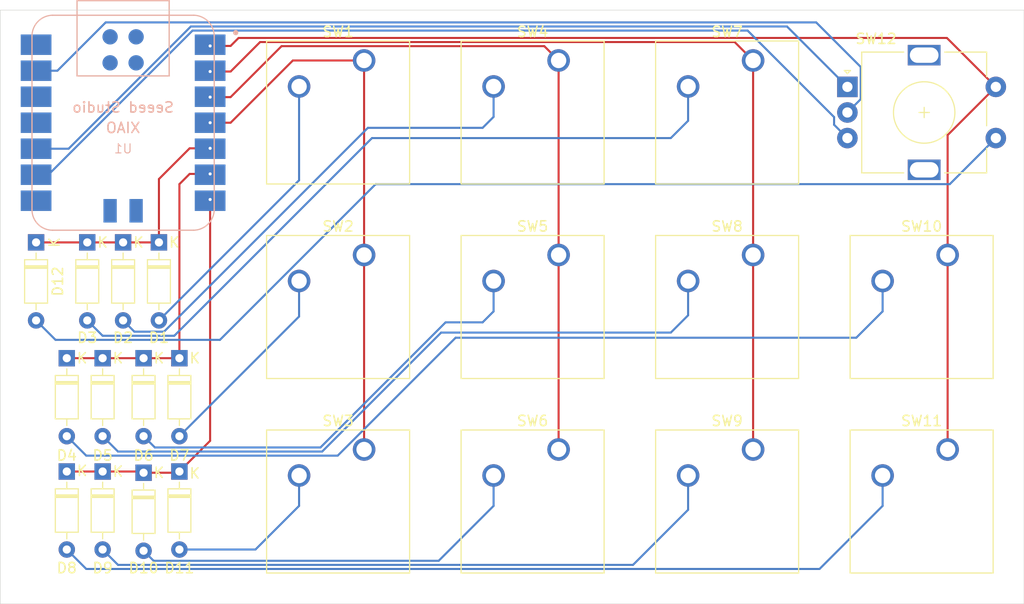
<source format=kicad_pcb>
(kicad_pcb (version 20240108) (generator "pcbnew") (generator_version "8.0")
  (layers (0 "F.Cu" signal) (31 "B.Cu" signal) (34 "B.Paste" user) (35 "F.Paste" user) (36 "B.SilkS" user "B.Silkscreen") (37 "F.SilkS" user "F.Silkscreen") (38 "B.Mask" user) (39 "F.Mask" user) (44 "Edge.Cuts" user))
  (net 0 "")
  (net 1 "GND")
  (net 2 "Net-(U1-PA5_A9_D9_MISO)")
  (net 3 "Net-(U1-PA7_A8_D8_SCK)")
  (net 11 "Net-(D1-A)")
  (net 12 "Net-(D1-K)")
  (net 13 "Net-(D2-A)")
  (net 14 "Net-(D10-K)")
  (net 15 "Net-(D3-A)")
  (net 16 "Net-(D4-A)")
  (net 17 "Net-(D5-A)")
  (net 18 "Net-(D6-A)")
  (net 19 "Net-(D7-A)")
  (net 20 "Net-(D8-A)")
  (net 21 "Net-(D9-A)")
  (net 22 "Net-(D10-A)")
  (net 23 "Net-(D11-A)")
  (net 24 "Net-(U1-PA11_A3_D3)")
  (net 25 "Net-(U1-PA10_A2_D2)")
  (net 26 "Net-(U1-PA4_A1_D1)")
  (net 27 "Net-(U1-PA02_A0_D0)")
  (net 28 "Net-(D12-A)")
  (net 32 "Net-(D4-K)")
  (footprint "Button_Switch_Keyboard:SW_Cherry_MX_1.00u_PCB" (layer "F.Cu") (at 80.54 77.92)
    (property "Reference" "SW1" (at -2.54 -2.794 0) (layer "F.SilkS"))
    (property "Value" "SW_Push")
    (fp_line (start -9.525 -1.905) (end 4.445 -1.905) (stroke (width 0.12)) (layer "F.SilkS"))
    (fp_line (start -9.525 12.065) (end -9.525 -1.905) (stroke (width 0.12)) (layer "F.SilkS"))
    (fp_line (start 4.445 -1.905) (end 4.445 12.065) (stroke (width 0.12)) (layer "F.SilkS"))
    (fp_line (start 4.445 12.065) (end -9.525 12.065) (stroke (width 0.12)) (layer "F.SilkS"))
    (pad "" np_thru_hole circle (at -7.62 5.08) (size 1.7 1.7) (drill 1.7) (layers "*.Cu" "*.Mask"))
    (pad "" np_thru_hole circle (at -2.54 5.08) (size 4 4) (drill 4) (layers "*.Cu" "*.Mask"))
    (pad "" np_thru_hole circle (at 2.54 5.08) (size 1.7 1.7) (drill 1.7) (layers "*.Cu" "*.Mask"))
    (pad "1" thru_hole circle (at 0 0) (size 2.2 2.2) (drill 1.5) (layers "*.Cu" "*.Mask") (net 24 "Net-(U1-PA11_A3_D3)"))
    (pad "2" thru_hole circle (at -6.35 2.54) (size 2.2 2.2) (drill 1.5) (layers "*.Cu" "*.Mask") (net 11 "Net-(D1-A)"))
  )
  (footprint "rotaryenc:RotaryEncoder_Alps_EC11E-Switch_Vertical_H20mm" (layer "F.Cu") (at 127.75 80.5)
    (property "Reference" "SW12" (at 2.8 -4.7 0) (layer "F.SilkS"))
    (property "Value" "RotaryEncoder_Switch")
    (fp_line (start -0.3 -1.6) (end 0.3 -1.6) (stroke (width 0.12)) (layer "F.SilkS"))
    (fp_line (start 0 -1.3) (end -0.3 -1.6) (stroke (width 0.12)) (layer "F.SilkS"))
    (fp_line (start 0.3 -1.6) (end 0 -1.3) (stroke (width 0.12)) (layer "F.SilkS"))
    (fp_line (start 1.4 -3.4) (end 1.4 8.4) (stroke (width 0.12)) (layer "F.SilkS"))
    (fp_line (start 5.5 -3.4) (end 1.4 -3.4) (stroke (width 0.12)) (layer "F.SilkS"))
    (fp_line (start 5.5 8.4) (end 1.4 8.4) (stroke (width 0.12)) (layer "F.SilkS"))
    (fp_line (start 7 2.5) (end 8 2.5) (stroke (width 0.12)) (layer "F.SilkS"))
    (fp_line (start 7.5 2) (end 7.5 3) (stroke (width 0.12)) (layer "F.SilkS"))
    (fp_line (start 9.5 -3.4) (end 13.6 -3.4) (stroke (width 0.12)) (layer "F.SilkS"))
    (fp_line (start 13.6 -3.4) (end 13.6 -1) (stroke (width 0.12)) (layer "F.SilkS"))
    (fp_line (start 13.6 1.2) (end 13.6 3.8) (stroke (width 0.12)) (layer "F.SilkS"))
    (fp_line (start 13.6 6) (end 13.6 8.4) (stroke (width 0.12)) (layer "F.SilkS"))
    (fp_line (start 13.6 8.4) (end 9.5 8.4) (stroke (width 0.12)) (layer "F.SilkS"))
    (fp_circle (center 7.5 2.5) (end 10.5 2.5) (stroke (width 0.12)) (fill none) (layer "F.SilkS"))
    (pad "A" thru_hole rect (at 0 0) (size 2 2) (drill 1) (layers "*.Cu" "*.Mask") (net 2 "Net-(U1-PA5_A9_D9_MISO)"))
    (pad "B" thru_hole circle (at 0 5) (size 2 2) (drill 1) (layers "*.Cu" "*.Mask") (net 3 "Net-(U1-PA7_A8_D8_SCK)"))
    (pad "C" thru_hole circle (at 0 2.5) (size 2 2) (drill 1) (layers "*.Cu" "*.Mask") (net 1 "GND"))
    (pad "MP" thru_hole rect (at 7.5 -3.1) (size 3.2 2) (drill oval 2.8 1.5) (layers "*.Cu" "*.Mask"))
    (pad "MP" thru_hole rect (at 7.5 8.1) (size 3.2 2) (drill oval 2.8 1.5) (layers "*.Cu" "*.Mask"))
    (pad "S1" thru_hole circle (at 14.5 5) (size 2 2) (drill 1) (layers "*.Cu" "*.Mask") (net 28 "Net-(D12-A)"))
    (pad "S2" thru_hole circle (at 14.5 0) (size 2 2) (drill 1) (layers "*.Cu" "*.Mask") (net 27 "Net-(U1-PA02_A0_D0)"))
  )
  (footprint "Button_Switch_Keyboard:SW_Cherry_MX_1.00u_PCB" (layer "F.Cu") (at 99.54 115.92)
    (property "Reference" "SW6" (at -2.54 -2.794 0) (layer "F.SilkS"))
    (property "Value" "SW_Push")
    (fp_line (start -9.525 -1.905) (end 4.445 -1.905) (stroke (width 0.12)) (layer "F.SilkS"))
    (fp_line (start -9.525 12.065) (end -9.525 -1.905) (stroke (width 0.12)) (layer "F.SilkS"))
    (fp_line (start 4.445 -1.905) (end 4.445 12.065) (stroke (width 0.12)) (layer "F.SilkS"))
    (fp_line (start 4.445 12.065) (end -9.525 12.065) (stroke (width 0.12)) (layer "F.SilkS"))
    (pad "" np_thru_hole circle (at -7.62 5.08) (size 1.7 1.7) (drill 1.7) (layers "*.Cu" "*.Mask"))
    (pad "" np_thru_hole circle (at -2.54 5.08) (size 4 4) (drill 4) (layers "*.Cu" "*.Mask"))
    (pad "" np_thru_hole circle (at 2.54 5.08) (size 1.7 1.7) (drill 1.7) (layers "*.Cu" "*.Mask"))
    (pad "1" thru_hole circle (at 0 0) (size 2.2 2.2) (drill 1.5) (layers "*.Cu" "*.Mask") (net 25 "Net-(U1-PA10_A2_D2)"))
    (pad "2" thru_hole circle (at -6.35 2.54) (size 2.2 2.2) (drill 1.5) (layers "*.Cu" "*.Mask") (net 22 "Net-(D10-A)"))
  )
  (footprint "Button_Switch_Keyboard:SW_Cherry_MX_1.00u_PCB" (layer "F.Cu") (at 80.54 115.92)
    (property "Reference" "SW3" (at -2.54 -2.794 0) (layer "F.SilkS"))
    (property "Value" "SW_Push")
    (fp_line (start -9.525 -1.905) (end 4.445 -1.905) (stroke (width 0.12)) (layer "F.SilkS"))
    (fp_line (start -9.525 12.065) (end -9.525 -1.905) (stroke (width 0.12)) (layer "F.SilkS"))
    (fp_line (start 4.445 -1.905) (end 4.445 12.065) (stroke (width 0.12)) (layer "F.SilkS"))
    (fp_line (start 4.445 12.065) (end -9.525 12.065) (stroke (width 0.12)) (layer "F.SilkS"))
    (pad "" np_thru_hole circle (at -7.62 5.08) (size 1.7 1.7) (drill 1.7) (layers "*.Cu" "*.Mask"))
    (pad "" np_thru_hole circle (at -2.54 5.08) (size 4 4) (drill 4) (layers "*.Cu" "*.Mask"))
    (pad "" np_thru_hole circle (at 2.54 5.08) (size 1.7 1.7) (drill 1.7) (layers "*.Cu" "*.Mask"))
    (pad "1" thru_hole circle (at 0 0) (size 2.2 2.2) (drill 1.5) (layers "*.Cu" "*.Mask") (net 24 "Net-(U1-PA11_A3_D3)"))
    (pad "2" thru_hole circle (at -6.35 2.54) (size 2.2 2.2) (drill 1.5) (layers "*.Cu" "*.Mask") (net 23 "Net-(D11-A)"))
  )
  (footprint "Diode_THT:D_DO-35_SOD27_P7.62mm_Horizontal" (layer "F.Cu") (at 60.5 95.69 -90)
    (property "Reference" "D1" (at 9.31 0 180) (layer "F.SilkS"))
    (property "Value" "1N4148" (hide yes))
    (fp_line (start 1.69 1.12) (end 5.93 1.12) (stroke (width 0.12)) (layer "F.SilkS"))
    (fp_line (start 5.93 1.12) (end 5.93 -1.12) (stroke (width 0.12)) (layer "F.SilkS"))
    (fp_line (start 1.04 0) (end 1.69 0) (stroke (width 0.12)) (layer "F.SilkS"))
    (fp_line (start 6.58 0) (end 5.93 0) (stroke (width 0.12)) (layer "F.SilkS"))
    (fp_line (start 1.69 -1.12) (end 1.69 1.12) (stroke (width 0.12)) (layer "F.SilkS"))
    (fp_line (start 2.29 -1.12) (end 2.29 1.12) (stroke (width 0.12)) (layer "F.SilkS"))
    (fp_line (start 2.41 -1.12) (end 2.41 1.12) (stroke (width 0.12)) (layer "F.SilkS"))
    (fp_line (start 2.53 -1.12) (end 2.53 1.12) (stroke (width 0.12)) (layer "F.SilkS"))
    (fp_line (start 5.93 -1.12) (end 1.69 -1.12) (stroke (width 0.12)) (layer "F.SilkS"))
    (fp_text user "K" (at 0 -1.5 180) (layer "F.SilkS"))
    (pad "1" thru_hole rect (at 0 0 270) (size 1.6 1.6) (drill 0.8) (layers "*.Cu" "*.Mask") (net 12 "Net-(D1-K)"))
    (pad "2" thru_hole oval (at 7.62 0 270) (size 1.6 1.6) (drill 0.8) (layers "*.Cu" "*.Mask") (net 11 "Net-(D1-A)"))
  )
  (footprint "Diode_THT:D_DO-35_SOD27_P7.62mm_Horizontal" (layer "F.Cu") (at 62.5 118.07 -90)
    (property "Reference" "D11" (at 9.43 0 180) (layer "F.SilkS"))
    (property "Value" "1N4148" (hide yes))
    (fp_line (start 1.69 1.12) (end 5.93 1.12) (stroke (width 0.12)) (layer "F.SilkS"))
    (fp_line (start 5.93 1.12) (end 5.93 -1.12) (stroke (width 0.12)) (layer "F.SilkS"))
    (fp_line (start 1.04 0) (end 1.69 0) (stroke (width 0.12)) (layer "F.SilkS"))
    (fp_line (start 6.58 0) (end 5.93 0) (stroke (width 0.12)) (layer "F.SilkS"))
    (fp_line (start 1.69 -1.12) (end 1.69 1.12) (stroke (width 0.12)) (layer "F.SilkS"))
    (fp_line (start 2.29 -1.12) (end 2.29 1.12) (stroke (width 0.12)) (layer "F.SilkS"))
    (fp_line (start 2.41 -1.12) (end 2.41 1.12) (stroke (width 0.12)) (layer "F.SilkS"))
    (fp_line (start 2.53 -1.12) (end 2.53 1.12) (stroke (width 0.12)) (layer "F.SilkS"))
    (fp_line (start 5.93 -1.12) (end 1.69 -1.12) (stroke (width 0.12)) (layer "F.SilkS"))
    (fp_text user "K" (at 0.18 -1.5 180) (layer "F.SilkS"))
    (pad "1" thru_hole rect (at 0 0 270) (size 1.6 1.6) (drill 0.8) (layers "*.Cu" "*.Mask") (net 14 "Net-(D10-K)"))
    (pad "2" thru_hole oval (at 7.62 0 270) (size 1.6 1.6) (drill 0.8) (layers "*.Cu" "*.Mask") (net 23 "Net-(D11-A)"))
  )
  (footprint "Button_Switch_Keyboard:SW_Cherry_MX_1.00u_PCB" (layer "F.Cu") (at 118.54 115.92)
    (property "Reference" "SW9" (at -2.54 -2.794 0) (layer "F.SilkS"))
    (property "Value" "SW_Push")
    (fp_line (start -9.525 -1.905) (end 4.445 -1.905) (stroke (width 0.12)) (layer "F.SilkS"))
    (fp_line (start -9.525 12.065) (end -9.525 -1.905) (stroke (width 0.12)) (layer "F.SilkS"))
    (fp_line (start 4.445 -1.905) (end 4.445 12.065) (stroke (width 0.12)) (layer "F.SilkS"))
    (fp_line (start 4.445 12.065) (end -9.525 12.065) (stroke (width 0.12)) (layer "F.SilkS"))
    (pad "" np_thru_hole circle (at -7.62 5.08) (size 1.7 1.7) (drill 1.7) (layers "*.Cu" "*.Mask"))
    (pad "" np_thru_hole circle (at -2.54 5.08) (size 4 4) (drill 4) (layers "*.Cu" "*.Mask"))
    (pad "" np_thru_hole circle (at 2.54 5.08) (size 1.7 1.7) (drill 1.7) (layers "*.Cu" "*.Mask"))
    (pad "1" thru_hole circle (at 0 0) (size 2.2 2.2) (drill 1.5) (layers "*.Cu" "*.Mask") (net 26 "Net-(U1-PA4_A1_D1)"))
    (pad "2" thru_hole circle (at -6.35 2.54) (size 2.2 2.2) (drill 1.5) (layers "*.Cu" "*.Mask") (net 21 "Net-(D9-A)"))
  )
  (footprint "Diode_THT:D_DO-35_SOD27_P7.62mm_Horizontal" (layer "F.Cu") (at 55 118.07 -90)
    (property "Reference" "D9" (at 9.43 0 180) (layer "F.SilkS"))
    (property "Value" "1N4148" (hide yes))
    (fp_line (start 1.69 1.12) (end 5.93 1.12) (stroke (width 0.12)) (layer "F.SilkS"))
    (fp_line (start 5.93 1.12) (end 5.93 -1.12) (stroke (width 0.12)) (layer "F.SilkS"))
    (fp_line (start 1.04 0) (end 1.69 0) (stroke (width 0.12)) (layer "F.SilkS"))
    (fp_line (start 6.58 0) (end 5.93 0) (stroke (width 0.12)) (layer "F.SilkS"))
    (fp_line (start 1.69 -1.12) (end 1.69 1.12) (stroke (width 0.12)) (layer "F.SilkS"))
    (fp_line (start 2.29 -1.12) (end 2.29 1.12) (stroke (width 0.12)) (layer "F.SilkS"))
    (fp_line (start 2.41 -1.12) (end 2.41 1.12) (stroke (width 0.12)) (layer "F.SilkS"))
    (fp_line (start 2.53 -1.12) (end 2.53 1.12) (stroke (width 0.12)) (layer "F.SilkS"))
    (fp_line (start 5.93 -1.12) (end 1.69 -1.12) (stroke (width 0.12)) (layer "F.SilkS"))
    (fp_text user "K" (at 0 -1.5 180) (layer "F.SilkS"))
    (pad "1" thru_hole rect (at 0 0 270) (size 1.6 1.6) (drill 0.8) (layers "*.Cu" "*.Mask") (net 14 "Net-(D10-K)"))
    (pad "2" thru_hole oval (at 7.62 0 270) (size 1.6 1.6) (drill 0.8) (layers "*.Cu" "*.Mask") (net 21 "Net-(D9-A)"))
  )
  (footprint "Diode_THT:D_DO-35_SOD27_P7.62mm_Horizontal" (layer "F.Cu") (at 51.5 107 -90)
    (property "Reference" "D4" (at 9.5 0 0) (layer "F.SilkS"))
    (property "Value" "1N4148")
    (fp_line (start 1.69 1.12) (end 5.93 1.12) (stroke (width 0.12)) (layer "F.SilkS"))
    (fp_line (start 5.93 1.12) (end 5.93 -1.12) (stroke (width 0.12)) (layer "F.SilkS"))
    (fp_line (start 1.04 0) (end 1.69 0) (stroke (width 0.12)) (layer "F.SilkS"))
    (fp_line (start 6.58 0) (end 5.93 0) (stroke (width 0.12)) (layer "F.SilkS"))
    (fp_line (start 1.69 -1.12) (end 1.69 1.12) (stroke (width 0.12)) (layer "F.SilkS"))
    (fp_line (start 2.29 -1.12) (end 2.29 1.12) (stroke (width 0.12)) (layer "F.SilkS"))
    (fp_line (start 2.41 -1.12) (end 2.41 1.12) (stroke (width 0.12)) (layer "F.SilkS"))
    (fp_line (start 2.53 -1.12) (end 2.53 1.12) (stroke (width 0.12)) (layer "F.SilkS"))
    (fp_line (start 5.93 -1.12) (end 1.69 -1.12) (stroke (width 0.12)) (layer "F.SilkS"))
    (fp_text user "K" (at 0 -1.5 180) (layer "F.SilkS"))
    (pad "1" thru_hole rect (at 0 0 270) (size 1.6 1.6) (drill 0.8) (layers "*.Cu" "*.Mask") (net 32 "Net-(D4-K)"))
    (pad "2" thru_hole oval (at 7.62 0 270) (size 1.6 1.6) (drill 0.8) (layers "*.Cu" "*.Mask") (net 16 "Net-(D4-A)"))
  )
  (footprint "Diode_THT:D_DO-35_SOD27_P7.62mm_Horizontal" (layer "F.Cu") (at 55 107 -90)
    (property "Reference" "D5" (at 9.5 0 180) (layer "F.SilkS"))
    (property "Value" "1N4148" (hide yes))
    (fp_line (start 1.69 1.12) (end 5.93 1.12) (stroke (width 0.12)) (layer "F.SilkS"))
    (fp_line (start 5.93 1.12) (end 5.93 -1.12) (stroke (width 0.12)) (layer "F.SilkS"))
    (fp_line (start 1.04 0) (end 1.69 0) (stroke (width 0.12)) (layer "F.SilkS"))
    (fp_line (start 6.58 0) (end 5.93 0) (stroke (width 0.12)) (layer "F.SilkS"))
    (fp_line (start 1.69 -1.12) (end 1.69 1.12) (stroke (width 0.12)) (layer "F.SilkS"))
    (fp_line (start 2.29 -1.12) (end 2.29 1.12) (stroke (width 0.12)) (layer "F.SilkS"))
    (fp_line (start 2.41 -1.12) (end 2.41 1.12) (stroke (width 0.12)) (layer "F.SilkS"))
    (fp_line (start 2.53 -1.12) (end 2.53 1.12) (stroke (width 0.12)) (layer "F.SilkS"))
    (fp_line (start 5.93 -1.12) (end 1.69 -1.12) (stroke (width 0.12)) (layer "F.SilkS"))
    (fp_text user "K" (at 0 -1.5 180) (layer "F.SilkS"))
    (pad "1" thru_hole rect (at 0 0 270) (size 1.6 1.6) (drill 0.8) (layers "*.Cu" "*.Mask") (net 32 "Net-(D4-K)"))
    (pad "2" thru_hole oval (at 7.62 0 270) (size 1.6 1.6) (drill 0.8) (layers "*.Cu" "*.Mask") (net 17 "Net-(D5-A)"))
  )
  (footprint "Button_Switch_Keyboard:SW_Cherry_MX_1.00u_PCB" (layer "F.Cu") (at 137.54 96.92)
    (property "Reference" "SW10" (at -2.54 -2.794 0) (layer "F.SilkS"))
    (property "Value" "SW_Push")
    (fp_line (start -9.525 -1.905) (end 4.445 -1.905) (stroke (width 0.12)) (layer "F.SilkS"))
    (fp_line (start -9.525 12.065) (end -9.525 -1.905) (stroke (width 0.12)) (layer "F.SilkS"))
    (fp_line (start 4.445 -1.905) (end 4.445 12.065) (stroke (width 0.12)) (layer "F.SilkS"))
    (fp_line (start 4.445 12.065) (end -9.525 12.065) (stroke (width 0.12)) (layer "F.SilkS"))
    (pad "" np_thru_hole circle (at -7.62 5.08) (size 1.7 1.7) (drill 1.7) (layers "*.Cu" "*.Mask"))
    (pad "" np_thru_hole circle (at -2.54 5.08) (size 4 4) (drill 4) (layers "*.Cu" "*.Mask"))
    (pad "" np_thru_hole circle (at 2.54 5.08) (size 1.7 1.7) (drill 1.7) (layers "*.Cu" "*.Mask"))
    (pad "1" thru_hole circle (at 0 0) (size 2.2 2.2) (drill 1.5) (layers "*.Cu" "*.Mask") (net 27 "Net-(U1-PA02_A0_D0)"))
    (pad "2" thru_hole circle (at -6.35 2.54) (size 2.2 2.2) (drill 1.5) (layers "*.Cu" "*.Mask") (net 16 "Net-(D4-A)"))
  )
  (footprint "Button_Switch_Keyboard:SW_Cherry_MX_1.00u_PCB" (layer "F.Cu") (at 99.54 77.92)
    (property "Reference" "SW4" (at -2.54 -2.794 0) (layer "F.SilkS"))
    (property "Value" "SW_Push")
    (fp_line (start -9.525 -1.905) (end 4.445 -1.905) (stroke (width 0.12)) (layer "F.SilkS"))
    (fp_line (start -9.525 12.065) (end -9.525 -1.905) (stroke (width 0.12)) (layer "F.SilkS"))
    (fp_line (start 4.445 -1.905) (end 4.445 12.065) (stroke (width 0.12)) (layer "F.SilkS"))
    (fp_line (start 4.445 12.065) (end -9.525 12.065) (stroke (width 0.12)) (layer "F.SilkS"))
    (pad "" np_thru_hole circle (at -7.62 5.08) (size 1.7 1.7) (drill 1.7) (layers "*.Cu" "*.Mask"))
    (pad "" np_thru_hole circle (at -2.54 5.08) (size 4 4) (drill 4) (layers "*.Cu" "*.Mask"))
    (pad "" np_thru_hole circle (at 2.54 5.08) (size 1.7 1.7) (drill 1.7) (layers "*.Cu" "*.Mask"))
    (pad "1" thru_hole circle (at 0 0) (size 2.2 2.2) (drill 1.5) (layers "*.Cu" "*.Mask") (net 25 "Net-(U1-PA10_A2_D2)"))
    (pad "2" thru_hole circle (at -6.35 2.54) (size 2.2 2.2) (drill 1.5) (layers "*.Cu" "*.Mask") (net 13 "Net-(D2-A)"))
  )
  (footprint "Diode_THT:D_DO-35_SOD27_P7.62mm_Horizontal" (layer "F.Cu") (at 57 95.69 -90)
    (property "Reference" "D2" (at 9.31 0 180) (layer "F.SilkS"))
    (property "Value" "1N4148" (hide yes))
    (fp_line (start 1.69 1.12) (end 5.93 1.12) (stroke (width 0.12)) (layer "F.SilkS"))
    (fp_line (start 5.93 1.12) (end 5.93 -1.12) (stroke (width 0.12)) (layer "F.SilkS"))
    (fp_line (start 1.04 0) (end 1.69 0) (stroke (width 0.12)) (layer "F.SilkS"))
    (fp_line (start 6.58 0) (end 5.93 0) (stroke (width 0.12)) (layer "F.SilkS"))
    (fp_line (start 1.69 -1.12) (end 1.69 1.12) (stroke (width 0.12)) (layer "F.SilkS"))
    (fp_line (start 2.29 -1.12) (end 2.29 1.12) (stroke (width 0.12)) (layer "F.SilkS"))
    (fp_line (start 2.41 -1.12) (end 2.41 1.12) (stroke (width 0.12)) (layer "F.SilkS"))
    (fp_line (start 2.53 -1.12) (end 2.53 1.12) (stroke (width 0.12)) (layer "F.SilkS"))
    (fp_line (start 5.93 -1.12) (end 1.69 -1.12) (stroke (width 0.12)) (layer "F.SilkS"))
    (fp_text user "K" (at 0 -1.5 180) (layer "F.SilkS"))
    (pad "1" thru_hole rect (at 0 0 270) (size 1.6 1.6) (drill 0.8) (layers "*.Cu" "*.Mask") (net 12 "Net-(D1-K)"))
    (pad "2" thru_hole oval (at 7.62 0 270) (size 1.6 1.6) (drill 0.8) (layers "*.Cu" "*.Mask") (net 13 "Net-(D2-A)"))
  )
  (footprint "Diode_THT:D_DO-35_SOD27_P7.62mm_Horizontal" (layer "F.Cu") (at 51.5 118.07 -90)
    (property "Reference" "D8" (at 9.43 0 180) (layer "F.SilkS"))
    (property "Value" "1N4148")
    (fp_line (start 1.69 1.12) (end 5.93 1.12) (stroke (width 0.12)) (layer "F.SilkS"))
    (fp_line (start 5.93 1.12) (end 5.93 -1.12) (stroke (width 0.12)) (layer "F.SilkS"))
    (fp_line (start 1.04 0) (end 1.69 0) (stroke (width 0.12)) (layer "F.SilkS"))
    (fp_line (start 6.58 0) (end 5.93 0) (stroke (width 0.12)) (layer "F.SilkS"))
    (fp_line (start 1.69 -1.12) (end 1.69 1.12) (stroke (width 0.12)) (layer "F.SilkS"))
    (fp_line (start 2.29 -1.12) (end 2.29 1.12) (stroke (width 0.12)) (layer "F.SilkS"))
    (fp_line (start 2.41 -1.12) (end 2.41 1.12) (stroke (width 0.12)) (layer "F.SilkS"))
    (fp_line (start 2.53 -1.12) (end 2.53 1.12) (stroke (width 0.12)) (layer "F.SilkS"))
    (fp_line (start 5.93 -1.12) (end 1.69 -1.12) (stroke (width 0.12)) (layer "F.SilkS"))
    (fp_text user "K" (at -0.07 -1.5 180) (layer "F.SilkS"))
    (pad "1" thru_hole rect (at 0 0 270) (size 1.6 1.6) (drill 0.8) (layers "*.Cu" "*.Mask") (net 14 "Net-(D10-K)"))
    (pad "2" thru_hole oval (at 7.62 0 270) (size 1.6 1.6) (drill 0.8) (layers "*.Cu" "*.Mask") (net 20 "Net-(D8-A)"))
  )
  (footprint "Button_Switch_Keyboard:SW_Cherry_MX_1.00u_PCB" (layer "F.Cu") (at 118.54 96.92)
    (property "Reference" "SW8" (at -2.54 -2.794 0) (layer "F.SilkS"))
    (property "Value" "SW_Push")
    (fp_line (start -9.525 -1.905) (end 4.445 -1.905) (stroke (width 0.12)) (layer "F.SilkS"))
    (fp_line (start -9.525 12.065) (end -9.525 -1.905) (stroke (width 0.12)) (layer "F.SilkS"))
    (fp_line (start 4.445 -1.905) (end 4.445 12.065) (stroke (width 0.12)) (layer "F.SilkS"))
    (fp_line (start 4.445 12.065) (end -9.525 12.065) (stroke (width 0.12)) (layer "F.SilkS"))
    (pad "" np_thru_hole circle (at -7.62 5.08) (size 1.7 1.7) (drill 1.7) (layers "*.Cu" "*.Mask"))
    (pad "" np_thru_hole circle (at -2.54 5.08) (size 4 4) (drill 4) (layers "*.Cu" "*.Mask"))
    (pad "" np_thru_hole circle (at 2.54 5.08) (size 1.7 1.7) (drill 1.7) (layers "*.Cu" "*.Mask"))
    (pad "1" thru_hole circle (at 0 0) (size 2.2 2.2) (drill 1.5) (layers "*.Cu" "*.Mask") (net 26 "Net-(U1-PA4_A1_D1)"))
    (pad "2" thru_hole circle (at -6.35 2.54) (size 2.2 2.2) (drill 1.5) (layers "*.Cu" "*.Mask") (net 17 "Net-(D5-A)"))
  )
  (footprint "Diode_THT:D_DO-35_SOD27_P7.62mm_Horizontal" (layer "F.Cu") (at 53.5 95.69 -90)
    (property "Reference" "D3" (at 9.31 0 180) (layer "F.SilkS"))
    (property "Value" "1N4148")
    (fp_line (start 1.69 1.12) (end 5.93 1.12) (stroke (width 0.12)) (layer "F.SilkS"))
    (fp_line (start 5.93 1.12) (end 5.93 -1.12) (stroke (width 0.12)) (layer "F.SilkS"))
    (fp_line (start 1.04 0) (end 1.69 0) (stroke (width 0.12)) (layer "F.SilkS"))
    (fp_line (start 6.58 0) (end 5.93 0) (stroke (width 0.12)) (layer "F.SilkS"))
    (fp_line (start 1.69 -1.12) (end 1.69 1.12) (stroke (width 0.12)) (layer "F.SilkS"))
    (fp_line (start 2.29 -1.12) (end 2.29 1.12) (stroke (width 0.12)) (layer "F.SilkS"))
    (fp_line (start 2.41 -1.12) (end 2.41 1.12) (stroke (width 0.12)) (layer "F.SilkS"))
    (fp_line (start 2.53 -1.12) (end 2.53 1.12) (stroke (width 0.12)) (layer "F.SilkS"))
    (fp_line (start 5.93 -1.12) (end 1.69 -1.12) (stroke (width 0.12)) (layer "F.SilkS"))
    (fp_text user "K" (at 0 -1.5 180) (layer "F.SilkS"))
    (pad "1" thru_hole rect (at 0 0 270) (size 1.6 1.6) (drill 0.8) (layers "*.Cu" "*.Mask") (net 12 "Net-(D1-K)"))
    (pad "2" thru_hole oval (at 7.62 0 270) (size 1.6 1.6) (drill 0.8) (layers "*.Cu" "*.Mask") (net 15 "Net-(D3-A)"))
  )
  (footprint "Diode_THT:D_DO-35_SOD27_P7.62mm_Horizontal" (layer "F.Cu") (at 59 118.19 -90)
    (property "Reference" "D10" (at 9.31 0 180) (layer "F.SilkS"))
    (property "Value" "1N4148" (hide yes))
    (fp_line (start 1.69 1.12) (end 5.93 1.12) (stroke (width 0.12)) (layer "F.SilkS"))
    (fp_line (start 5.93 1.12) (end 5.93 -1.12) (stroke (width 0.12)) (layer "F.SilkS"))
    (fp_line (start 1.04 0) (end 1.69 0) (stroke (width 0.12)) (layer "F.SilkS"))
    (fp_line (start 6.58 0) (end 5.93 0) (stroke (width 0.12)) (layer "F.SilkS"))
    (fp_line (start 1.69 -1.12) (end 1.69 1.12) (stroke (width 0.12)) (layer "F.SilkS"))
    (fp_line (start 2.29 -1.12) (end 2.29 1.12) (stroke (width 0.12)) (layer "F.SilkS"))
    (fp_line (start 2.41 -1.12) (end 2.41 1.12) (stroke (width 0.12)) (layer "F.SilkS"))
    (fp_line (start 2.53 -1.12) (end 2.53 1.12) (stroke (width 0.12)) (layer "F.SilkS"))
    (fp_line (start 5.93 -1.12) (end 1.69 -1.12) (stroke (width 0.12)) (layer "F.SilkS"))
    (fp_text user "K" (at 0 -1.5 180) (layer "F.SilkS"))
    (pad "1" thru_hole rect (at 0 0 270) (size 1.6 1.6) (drill 0.8) (layers "*.Cu" "*.Mask") (net 14 "Net-(D10-K)"))
    (pad "2" thru_hole oval (at 7.62 0 270) (size 1.6 1.6) (drill 0.8) (layers "*.Cu" "*.Mask") (net 22 "Net-(D10-A)"))
  )
  (footprint "Diode_THT:D_DO-35_SOD27_P7.62mm_Horizontal" (layer "F.Cu") (at 48.5 95.69 -90)
    (property "Reference" "D12" (at 3.81 -2.12 90) (layer "F.SilkS"))
    (property "Value" "1N4148")
    (fp_line (start 1.69 1.12) (end 5.93 1.12) (stroke (width 0.12)) (layer "F.SilkS"))
    (fp_line (start 5.93 1.12) (end 5.93 -1.12) (stroke (width 0.12)) (layer "F.SilkS"))
    (fp_line (start 1.04 0) (end 1.69 0) (stroke (width 0.12)) (layer "F.SilkS"))
    (fp_line (start 6.58 0) (end 5.93 0) (stroke (width 0.12)) (layer "F.SilkS"))
    (fp_line (start 1.69 -1.12) (end 1.69 1.12) (stroke (width 0.12)) (layer "F.SilkS"))
    (fp_line (start 2.29 -1.12) (end 2.29 1.12) (stroke (width 0.12)) (layer "F.SilkS"))
    (fp_line (start 2.41 -1.12) (end 2.41 1.12) (stroke (width 0.12)) (layer "F.SilkS"))
    (fp_line (start 2.53 -1.12) (end 2.53 1.12) (stroke (width 0.12)) (layer "F.SilkS"))
    (fp_line (start 5.93 -1.12) (end 1.69 -1.12) (stroke (width 0.12)) (layer "F.SilkS"))
    (fp_text user "K" (at 0 -1.8 90) (layer "F.SilkS"))
    (pad "1" thru_hole rect (at 0 0 270) (size 1.6 1.6) (drill 0.8) (layers "*.Cu" "*.Mask") (net 12 "Net-(D1-K)"))
    (pad "2" thru_hole oval (at 7.62 0 270) (size 1.6 1.6) (drill 0.8) (layers "*.Cu" "*.Mask") (net 28 "Net-(D12-A)"))
  )
  (footprint "Diode_THT:D_DO-35_SOD27_P7.62mm_Horizontal" (layer "F.Cu") (at 62.5 107 -90)
    (property "Reference" "D7" (at 9.5 0 180) (layer "F.SilkS"))
    (property "Value" "1N4148" (hide yes))
    (fp_line (start 1.69 1.12) (end 5.93 1.12) (stroke (width 0.12)) (layer "F.SilkS"))
    (fp_line (start 5.93 1.12) (end 5.93 -1.12) (stroke (width 0.12)) (layer "F.SilkS"))
    (fp_line (start 1.04 0) (end 1.69 0) (stroke (width 0.12)) (layer "F.SilkS"))
    (fp_line (start 6.58 0) (end 5.93 0) (stroke (width 0.12)) (layer "F.SilkS"))
    (fp_line (start 1.69 -1.12) (end 1.69 1.12) (stroke (width 0.12)) (layer "F.SilkS"))
    (fp_line (start 2.29 -1.12) (end 2.29 1.12) (stroke (width 0.12)) (layer "F.SilkS"))
    (fp_line (start 2.41 -1.12) (end 2.41 1.12) (stroke (width 0.12)) (layer "F.SilkS"))
    (fp_line (start 2.53 -1.12) (end 2.53 1.12) (stroke (width 0.12)) (layer "F.SilkS"))
    (fp_line (start 5.93 -1.12) (end 1.69 -1.12) (stroke (width 0.12)) (layer "F.SilkS"))
    (fp_text user "K" (at 0 -1.5 180) (layer "F.SilkS"))
    (pad "1" thru_hole rect (at 0 0 270) (size 1.6 1.6) (drill 0.8) (layers "*.Cu" "*.Mask") (net 32 "Net-(D4-K)"))
    (pad "2" thru_hole oval (at 7.62 0 270) (size 1.6 1.6) (drill 0.8) (layers "*.Cu" "*.Mask") (net 19 "Net-(D7-A)"))
  )
  (footprint "Button_Switch_Keyboard:SW_Cherry_MX_1.00u_PCB" (layer "F.Cu") (at 118.54 77.92)
    (property "Reference" "SW7" (at -2.54 -2.794 0) (layer "F.SilkS"))
    (property "Value" "SW_Push")
    (fp_line (start -9.525 -1.905) (end 4.445 -1.905) (stroke (width 0.12)) (layer "F.SilkS"))
    (fp_line (start -9.525 12.065) (end -9.525 -1.905) (stroke (width 0.12)) (layer "F.SilkS"))
    (fp_line (start 4.445 -1.905) (end 4.445 12.065) (stroke (width 0.12)) (layer "F.SilkS"))
    (fp_line (start 4.445 12.065) (end -9.525 12.065) (stroke (width 0.12)) (layer "F.SilkS"))
    (pad "" np_thru_hole circle (at -7.62 5.08) (size 1.7 1.7) (drill 1.7) (layers "*.Cu" "*.Mask"))
    (pad "" np_thru_hole circle (at -2.54 5.08) (size 4 4) (drill 4) (layers "*.Cu" "*.Mask"))
    (pad "" np_thru_hole circle (at 2.54 5.08) (size 1.7 1.7) (drill 1.7) (layers "*.Cu" "*.Mask"))
    (pad "1" thru_hole circle (at 0 0) (size 2.2 2.2) (drill 1.5) (layers "*.Cu" "*.Mask") (net 26 "Net-(U1-PA4_A1_D1)"))
    (pad "2" thru_hole circle (at -6.35 2.54) (size 2.2 2.2) (drill 1.5) (layers "*.Cu" "*.Mask") (net 15 "Net-(D3-A)"))
  )
  (footprint "Diode_THT:D_DO-35_SOD27_P7.62mm_Horizontal" (layer "F.Cu") (at 59 107 -90)
    (property "Reference" "D6" (at 9.5 0 180) (layer "F.SilkS"))
    (property "Value" "1N4148" (hide yes))
    (fp_line (start 1.69 1.12) (end 5.93 1.12) (stroke (width 0.12)) (layer "F.SilkS"))
    (fp_line (start 5.93 1.12) (end 5.93 -1.12) (stroke (width 0.12)) (layer "F.SilkS"))
    (fp_line (start 1.04 0) (end 1.69 0) (stroke (width 0.12)) (layer "F.SilkS"))
    (fp_line (start 6.58 0) (end 5.93 0) (stroke (width 0.12)) (layer "F.SilkS"))
    (fp_line (start 1.69 -1.12) (end 1.69 1.12) (stroke (width 0.12)) (layer "F.SilkS"))
    (fp_line (start 2.29 -1.12) (end 2.29 1.12) (stroke (width 0.12)) (layer "F.SilkS"))
    (fp_line (start 2.41 -1.12) (end 2.41 1.12) (stroke (width 0.12)) (layer "F.SilkS"))
    (fp_line (start 2.53 -1.12) (end 2.53 1.12) (stroke (width 0.12)) (layer "F.SilkS"))
    (fp_line (start 5.93 -1.12) (end 1.69 -1.12) (stroke (width 0.12)) (layer "F.SilkS"))
    (fp_text user "K" (at 0 -1.5 180) (layer "F.SilkS"))
    (pad "1" thru_hole rect (at 0 0 270) (size 1.6 1.6) (drill 0.8) (layers "*.Cu" "*.Mask") (net 32 "Net-(D4-K)"))
    (pad "2" thru_hole oval (at 7.62 0 270) (size 1.6 1.6) (drill 0.8) (layers "*.Cu" "*.Mask") (net 18 "Net-(D6-A)"))
  )
  (footprint "Button_Switch_Keyboard:SW_Cherry_MX_1.00u_PCB" (layer "F.Cu") (at 80.54 96.92)
    (property "Reference" "SW2" (at -2.54 -2.794 0) (layer "F.SilkS"))
    (property "Value" "SW_Push")
    (fp_line (start -9.525 -1.905) (end 4.445 -1.905) (stroke (width 0.12)) (layer "F.SilkS"))
    (fp_line (start -9.525 12.065) (end -9.525 -1.905) (stroke (width 0.12)) (layer "F.SilkS"))
    (fp_line (start 4.445 -1.905) (end 4.445 12.065) (stroke (width 0.12)) (layer "F.SilkS"))
    (fp_line (start 4.445 12.065) (end -9.525 12.065) (stroke (width 0.12)) (layer "F.SilkS"))
    (pad "" np_thru_hole circle (at -7.62 5.08) (size 1.7 1.7) (drill 1.7) (layers "*.Cu" "*.Mask"))
    (pad "" np_thru_hole circle (at -2.54 5.08) (size 4 4) (drill 4) (layers "*.Cu" "*.Mask"))
    (pad "" np_thru_hole circle (at 2.54 5.08) (size 1.7 1.7) (drill 1.7) (layers "*.Cu" "*.Mask"))
    (pad "1" thru_hole circle (at 0 0) (size 2.2 2.2) (drill 1.5) (layers "*.Cu" "*.Mask") (net 24 "Net-(U1-PA11_A3_D3)"))
    (pad "2" thru_hole circle (at -6.35 2.54) (size 2.2 2.2) (drill 1.5) (layers "*.Cu" "*.Mask") (net 19 "Net-(D7-A)"))
  )
  (footprint "Button_Switch_Keyboard:SW_Cherry_MX_1.00u_PCB" (layer "F.Cu") (at 99.54 96.92)
    (property "Reference" "SW5" (at -2.54 -2.794 0) (layer "F.SilkS"))
    (property "Value" "SW_Push")
    (fp_line (start -9.525 -1.905) (end 4.445 -1.905) (stroke (width 0.12)) (layer "F.SilkS"))
    (fp_line (start -9.525 12.065) (end -9.525 -1.905) (stroke (width 0.12)) (layer "F.SilkS"))
    (fp_line (start 4.445 -1.905) (end 4.445 12.065) (stroke (width 0.12)) (layer "F.SilkS"))
    (fp_line (start 4.445 12.065) (end -9.525 12.065) (stroke (width 0.12)) (layer "F.SilkS"))
    (pad "" np_thru_hole circle (at -7.62 5.08) (size 1.7 1.7) (drill 1.7) (layers "*.Cu" "*.Mask"))
    (pad "" np_thru_hole circle (at -2.54 5.08) (size 4 4) (drill 4) (layers "*.Cu" "*.Mask"))
    (pad "" np_thru_hole circle (at 2.54 5.08) (size 1.7 1.7) (drill 1.7) (layers "*.Cu" "*.Mask"))
    (pad "1" thru_hole circle (at 0 0) (size 2.2 2.2) (drill 1.5) (layers "*.Cu" "*.Mask") (net 25 "Net-(U1-PA10_A2_D2)"))
    (pad "2" thru_hole circle (at -6.35 2.54) (size 2.2 2.2) (drill 1.5) (layers "*.Cu" "*.Mask") (net 18 "Net-(D6-A)"))
  )
  (footprint "Button_Switch_Keyboard:SW_Cherry_MX_1.00u_PCB" (layer "F.Cu") (at 137.54 115.92)
    (property "Reference" "SW11" (at -2.54 -2.794 0) (layer "F.SilkS"))
    (property "Value" "SW_Push")
    (fp_line (start -9.525 -1.905) (end 4.445 -1.905) (stroke (width 0.12)) (layer "F.SilkS"))
    (fp_line (start -9.525 12.065) (end -9.525 -1.905) (stroke (width 0.12)) (layer "F.SilkS"))
    (fp_line (start 4.445 -1.905) (end 4.445 12.065) (stroke (width 0.12)) (layer "F.SilkS"))
    (fp_line (start 4.445 12.065) (end -9.525 12.065) (stroke (width 0.12)) (layer "F.SilkS"))
    (pad "" np_thru_hole circle (at -7.62 5.08) (size 1.7 1.7) (drill 1.7) (layers "*.Cu" "*.Mask"))
    (pad "" np_thru_hole circle (at -2.54 5.08) (size 4 4) (drill 4) (layers "*.Cu" "*.Mask"))
    (pad "" np_thru_hole circle (at 2.54 5.08) (size 1.7 1.7) (drill 1.7) (layers "*.Cu" "*.Mask"))
    (pad "1" thru_hole circle (at 0 0) (size 2.2 2.2) (drill 1.5) (layers "*.Cu" "*.Mask") (net 27 "Net-(U1-PA02_A0_D0)"))
    (pad "2" thru_hole circle (at -6.35 2.54) (size 2.2 2.2) (drill 1.5) (layers "*.Cu" "*.Mask") (net 20 "Net-(D8-A)"))
  )
  (footprint "Seeed Studio XIAO Series Library:XIAO-SAMD21-RP2040-14P-2.54-21X17.8MM (Seeeduino XIAO)" (layer "B.Cu") (at 57 84 180)
    (property "Reference" "U1" (at 0 -2.54 0) (layer "B.SilkS") (effects (font (size 0.889 0.889) (thickness 0.1016)) (justify mirror)))
    (property "Value" "Seeed Studio XIAO SAMD21" (hide yes))
    (fp_line (start 8.9 8.5) (end 8.9 -8.5) (stroke (width 0.127)) (layer "B.SilkS"))
    (fp_line (start 6.9 -10.5) (end -6.9 -10.5) (stroke (width 0.127)) (layer "B.SilkS"))
    (fp_line (start 4.5 11.92403) (end -4.5 11.92403) (stroke (width 0.127)) (layer "B.SilkS"))
    (fp_line (start 4.5 4.57073) (end 4.5 11.92403) (stroke (width 0.127)) (layer "B.SilkS"))
    (fp_line (start -4.5 11.92403) (end -4.5 4.57073) (stroke (width 0.127)) (layer "B.SilkS"))
    (fp_line (start -4.5 4.57073) (end 4.5 4.57073) (stroke (width 0.127)) (layer "B.SilkS"))
    (fp_line (start -6.9 10.49909) (end 6.9 10.49909) (stroke (width 0.127)) (layer "B.SilkS"))
    (fp_line (start -8.9 -8.5) (end -8.9 8.5) (stroke (width 0.127)) (layer "B.SilkS"))
    (fp_arc (start 8.9 8.5) (mid 8.301492 9.901492) (end 6.9 10.5) (stroke (width 0.12)) (layer "B.SilkS"))
    (fp_arc (start 6.9 -10.5) (mid 8.314214 -9.914214) (end 8.9 -8.5) (stroke (width 0.12)) (layer "B.SilkS"))
    (fp_arc (start -6.9 10.5) (mid -8.301491 9.901491) (end -8.9 8.5) (stroke (width 0.12)) (layer "B.SilkS"))
    (fp_arc (start -8.9 -8.5) (mid -8.301423 -9.901423) (end -6.9 -10.5) (stroke (width 0.12)) (layer "B.SilkS"))
    (fp_circle (center -11 8.8) (end -11 9.054) (fill solid) (layer "B.SilkS"))
    (fp_poly (pts (xy -8.887715 8.561705) (xy -8.884667 8.610473) (xy -8.880603 8.659494)) (stroke (width 0.0254)) (fill none) (layer "B.SilkS"))
    (fp_poly (pts (xy 8.889492 -8.521574) (xy 8.887713 -8.57085) (xy 8.884665 -8.619618) (xy 8.880601 -8.668639) (xy 8.875268 -8.717407) (xy 8.868664 -8.766175) (xy 8.861044 -8.81469) (xy 8.852153 -8.86295) (xy 8.842248 -8.910955)) (stroke (width 0.0254)) (fill none) (layer "B.SilkS"))
    (fp_text user "Seeed Studio" (at 0 1.5 0) (layer "B.SilkS") (effects (justify mirror)))
    (fp_text user "XIAO" (at 0 -0.5 0) (layer "B.SilkS") (effects (justify mirror)))
    (pad "1" smd rect (at -8.5 7.62 180) (size 3 2) (layers "B.Cu" "B.Paste" "B.Mask") (net 27 "Net-(U1-PA02_A0_D0)"))
    (pad "2" smd rect (at -8.5 5.08 180) (size 3 2) (layers "B.Cu" "B.Paste" "B.Mask") (net 26 "Net-(U1-PA4_A1_D1)"))
    (pad "3" smd rect (at -8.5 2.54 180) (size 3 2) (layers "B.Cu" "B.Paste" "B.Mask") (net 25 "Net-(U1-PA10_A2_D2)"))
    (pad "4" smd rect (at -8.5 0 180) (size 3 2) (layers "B.Cu" "B.Paste" "B.Mask") (net 24 "Net-(U1-PA11_A3_D3)"))
    (pad "5" smd rect (at -8.5 -2.54 180) (size 3 2) (layers "B.Cu" "B.Paste" "B.Mask") (net 12 "Net-(D1-K)"))
    (pad "6" smd rect (at -8.5 -5.08) (size 3 2) (layers "B.Cu" "B.Paste" "B.Mask") (net 32 "Net-(D4-K)"))
    (pad "7" smd rect (at -8.5 -7.62 180) (size 3 2) (layers "B.Cu" "B.Paste" "B.Mask") (net 14 "Net-(D10-K)"))
    (pad "8" smd rect (at 8.5 -7.62 180) (size 3 2) (layers "B.Cu" "B.Paste" "B.Mask"))
    (pad "9" smd rect (at 8.5 -5.08 180) (size 3 2) (layers "B.Cu" "B.Paste" "B.Mask") (net 3 "Net-(U1-PA7_A8_D8_SCK)"))
    (pad "10" smd rect (at 8.5 -2.54 180) (size 3 2) (layers "B.Cu" "B.Paste" "B.Mask") (net 2 "Net-(U1-PA5_A9_D9_MISO)"))
    (pad "11" smd rect (at 8.5 0 180) (size 3 2) (layers "B.Cu" "B.Paste" "B.Mask"))
    (pad "12" smd rect (at 8.5 2.54 180) (size 3 2) (layers "B.Cu" "B.Paste" "B.Mask"))
    (pad "13" smd rect (at 8.5 5.08 180) (size 3 2) (layers "B.Cu" "B.Paste" "B.Mask") (net 1 "GND"))
    (pad "14" smd rect (at 8.5 7.62 180) (size 3 2) (layers "B.Cu" "B.Paste" "B.Mask"))
    (pad "15" smd circle (at -1.27 8.39 90) (size 1.5 1.5) (layers "B.Cu" "B.Paste" "B.Mask"))
    (pad "16" smd circle (at 1.27 8.39 90) (size 1.5 1.5) (layers "B.Cu" "B.Paste" "B.Mask"))
    (pad "17" smd circle (at -1.27 5.85 90) (size 1.5 1.5) (layers "B.Cu" "B.Paste" "B.Mask"))
    (pad "18" smd circle (at 1.27 5.85 90) (size 1.5 1.5) (layers "B.Cu" "B.Paste" "B.Mask"))
    (pad "19" smd rect (at -1.27 -8.6 90) (size 2.3 1.3) (layers "B.Cu" "B.Paste" "B.Mask"))
    (pad "20" smd rect (at 1.27 -8.6 90) (size 2.3 1.3) (layers "B.Cu" "B.Paste" "B.Mask"))
  )
  (gr_rect (start 45 73) (end 145 131) (stroke (width 0.05)) (fill none) (layer "Edge.Cuts"))
  (segment (start 129.05 81.7) (end 129.05 78.55) (width 0.2) (layer "B.Cu") (net 1))
  (segment (start 124.7 74.2) (end 55.3 74.2) (width 0.2) (layer "B.Cu") (net 1))
  (segment (start 127.75 83) (end 129.05 81.7) (width 0.2) (layer "B.Cu") (net 1))
  (segment (start 55.3 74.2) (end 50.58 78.92) (width 0.2) (layer "B.Cu") (net 1))
  (segment (start 50.58 78.92) (end 48.5 78.92) (width 0.2) (layer "B.Cu") (net 1))
  (segment (start 129.05 78.55) (end 124.7 74.2) (width 0.2) (layer "B.Cu") (net 1))
  (segment (start 51.674314 86.54) (end 48.5 86.54) (width 0.2) (layer "B.Cu") (net 2))
  (segment (start 121.85 74.6) (end 63.614314 74.6) (width 0.2) (layer "B.Cu") (net 2))
  (segment (start 63.614314 74.6) (end 51.674314 86.54) (width 0.2) (layer "B.Cu") (net 2))
  (segment (start 127.75 80.5) (end 121.85 74.6) (width 0.2) (layer "B.Cu") (net 2))
  (segment (start 127.75 85.5) (end 126.45 84.2) (width 0.2) (layer "B.Cu") (net 3))
  (segment (start 126.45 84.2) (end 126.45 83.45) (width 0.2) (layer "B.Cu") (net 3))
  (segment (start 63.78 75) (end 49.7 89.08) (width 0.2) (layer "B.Cu") (net 3))
  (segment (start 118 75) (end 63.78 75) (width 0.2) (layer "B.Cu") (net 3))
  (segment (start 49.7 89.08) (end 48.5 89.08) (width 0.2) (layer "B.Cu") (net 3))
  (segment (start 126.45 83.45) (end 118 75) (width 0.2) (layer "B.Cu") (net 3))
  (segment (start 74.19 89.62) (end 74.19 80.46) (width 0.2) (layer "B.Cu") (net 11))
  (segment (start 60.5 103.31) (end 74.19 89.62) (width 0.2) (layer "B.Cu") (net 11))
  (segment (start 57 95.69) (end 60.5 95.69) (width 0.2) (layer "F.Cu") (net 12))
  (segment (start 53.5 95.69) (end 57 95.69) (width 0.2) (layer "F.Cu") (net 12))
  (segment (start 63.5 86.5) (end 65.5 86.5) (width 0.2) (layer "F.Cu") (net 12))
  (segment (start 60.5 95.69) (end 60.5 89.5) (width 0.2) (layer "F.Cu") (net 12))
  (segment (start 60.5 89.5) (end 63.5 86.5) (width 0.2) (layer "F.Cu") (net 12))
  (segment (start 48.5 95.69) (end 53.5 95.69) (width 0.2) (layer "F.Cu") (net 12))
  (via (at 65.5 86.5) (size 0.6) (drill 0.3) (layers "F.Cu" "B.Cu") (net 12))
  (segment (start 80.91 84.5) (end 61 104.41) (width 0.2) (layer "B.Cu") (net 13))
  (segment (start 92.117056 84.5) (end 80.91 84.5) (width 0.2) (layer "B.Cu") (net 13))
  (segment (start 58.1 104.41) (end 57 103.31) (width 0.2) (layer "B.Cu") (net 13))
  (segment (start 61 104.41) (end 58.1 104.41) (width 0.2) (layer "B.Cu") (net 13))
  (segment (start 93.19 83.427056) (end 92.117056 84.5) (width 0.2) (layer "B.Cu") (net 13))
  (segment (start 93.19 80.46) (end 93.19 83.427056) (width 0.2) (layer "B.Cu") (net 13))
  (segment (start 51.5 118.07) (end 55 118.07) (width 0.2) (layer "F.Cu") (net 14))
  (segment (start 55 118.07) (end 58.88 118.07) (width 0.2) (layer "F.Cu") (net 14))
  (segment (start 59 118.19) (end 62.38 118.19) (width 0.2) (layer "F.Cu") (net 14))
  (segment (start 65.5 115.07) (end 65.5 91.5) (width 0.2) (layer "F.Cu") (net 14))
  (segment (start 62.38 118.19) (end 62.5 118.07) (width 0.2) (layer "F.Cu") (net 14))
  (segment (start 58.88 118.07) (end 59 118.19) (width 0.2) (layer "F.Cu") (net 14))
  (segment (start 62.5 118.07) (end 65.5 115.07) (width 0.2) (layer "F.Cu") (net 14))
  (via (at 65.5 91.5) (size 0.6) (drill 0.3) (layers "F.Cu" "B.Cu") (net 14))
  (segment (start 62 104.81) (end 55 104.81) (width 0.2) (layer "B.Cu") (net 15))
  (segment (start 110.5 85.5) (end 81.31 85.5) (width 0.2) (layer "B.Cu") (net 15))
  (segment (start 112.19 83.81) (end 110.5 85.5) (width 0.2) (layer "B.Cu") (net 15))
  (segment (start 55 104.81) (end 53.5 103.31) (width 0.2) (layer "B.Cu") (net 15))
  (segment (start 112.19 80.46) (end 112.19 83.81) (width 0.2) (layer "B.Cu") (net 15))
  (segment (start 81.31 85.5) (end 62 104.81) (width 0.2) (layer "B.Cu") (net 15))
  (segment (start 131.19 102.427056) (end 131.19 99.46) (width 0.2) (layer "B.Cu") (net 16))
  (segment (start 77.960101 116.52) (end 89.480101 105) (width 0.2) (layer "B.Cu") (net 16))
  (segment (start 53.4 116.52) (end 77.960101 116.52) (width 0.2) (layer "B.Cu") (net 16))
  (segment (start 89.480101 105) (end 128.617056 105) (width 0.2) (layer "B.Cu") (net 16))
  (segment (start 128.617056 105) (end 131.19 102.427056) (width 0.2) (layer "B.Cu") (net 16))
  (segment (start 51.5 114.62) (end 53.4 116.52) (width 0.2) (layer "B.Cu") (net 16))
  (segment (start 112.19 102.81) (end 112.19 99.46) (width 0.2) (layer "B.Cu") (net 17))
  (segment (start 110.5 104.5) (end 112.19 102.81) (width 0.2) (layer "B.Cu") (net 17))
  (segment (start 55 114.62) (end 56.5 116.12) (width 0.2) (layer "B.Cu") (net 17))
  (segment (start 88.065686 104.5) (end 110.5 104.5) (width 0.2) (layer "B.Cu") (net 17))
  (segment (start 56.5 116.12) (end 76.445686 116.12) (width 0.2) (layer "B.Cu") (net 17))
  (segment (start 76.445686 116.12) (end 88.065686 104.5) (width 0.2) (layer "B.Cu") (net 17))
  (segment (start 92.117056 103.5) (end 93.19 102.427056) (width 0.2) (layer "B.Cu") (net 18))
  (segment (start 60.1 115.72) (end 76.28 115.72) (width 0.2) (layer "B.Cu") (net 18))
  (segment (start 76.28 115.72) (end 88.5 103.5) (width 0.2) (layer "B.Cu") (net 18))
  (segment (start 59 114.62) (end 60.1 115.72) (width 0.2) (layer "B.Cu") (net 18))
  (segment (start 93.19 102.427056) (end 93.19 99.46) (width 0.2) (layer "B.Cu") (net 18))
  (segment (start 88.5 103.5) (end 92.117056 103.5) (width 0.2) (layer "B.Cu") (net 18))
  (segment (start 74.19 102.93) (end 74.19 99.46) (width 0.2) (layer "B.Cu") (net 19))
  (segment (start 62.5 114.62) (end 74.19 102.93) (width 0.2) (layer "B.Cu") (net 19))
  (segment (start 131.19 121.427056) (end 131.19 118.46) (width 0.2) (layer "B.Cu") (net 20))
  (segment (start 53.4 127.59) (end 125.027056 127.59) (width 0.2) (layer "B.Cu") (net 20))
  (segment (start 125.027056 127.59) (end 131.19 121.427056) (width 0.2) (layer "B.Cu") (net 20))
  (segment (start 51.5 125.69) (end 53.4 127.59) (width 0.2) (layer "B.Cu") (net 20))
  (segment (start 56.5 127.19) (end 106.81 127.19) (width 0.2) (layer "B.Cu") (net 21))
  (segment (start 106.81 127.19) (end 112.19 121.81) (width 0.2) (layer "B.Cu") (net 21))
  (segment (start 55 125.69) (end 56.5 127.19) (width 0.2) (layer "B.Cu") (net 21))
  (segment (start 112.19 121.81) (end 112.19 118.46) (width 0.2) (layer "B.Cu") (net 21))
  (segment (start 87.827056 126.79) (end 93.19 121.427056) (width 0.2) (layer "B.Cu") (net 22))
  (segment (start 93.19 121.427056) (end 93.19 118.46) (width 0.2) (layer "B.Cu") (net 22))
  (segment (start 59 125.81) (end 59.98 126.79) (width 0.2) (layer "B.Cu") (net 22))
  (segment (start 59.98 126.79) (end 87.827056 126.79) (width 0.2) (layer "B.Cu") (net 22))
  (segment (start 62.5 125.69) (end 69.927056 125.69) (width 0.2) (layer "B.Cu") (net 23))
  (segment (start 69.927056 125.69) (end 74.19 121.427056) (width 0.2) (layer "B.Cu") (net 23))
  (segment (start 74.19 121.427056) (end 74.19 118.46) (width 0.2) (layer "B.Cu") (net 23))
  (segment (start 73.58 77.92) (end 67.5 84) (width 0.2) (layer "F.Cu") (net 24))
  (segment (start 80.54 77.92) (end 80.54 96.92) (width 0.2) (layer "F.Cu") (net 24))
  (segment (start 67.5 84) (end 65.5 84) (width 0.2) (layer "F.Cu") (net 24))
  (segment (start 80.54 96.92) (end 80.54 115.92) (width 0.2) (layer "F.Cu") (net 24))
  (segment (start 80.54 77.92) (end 73.58 77.92) (width 0.2) (layer "F.Cu") (net 24))
  (via (at 65.5 84) (size 0.6) (drill 0.3) (layers "F.Cu" "B.Cu") (net 24))
  (segment (start 99.54 77.92) (end 99.54 96.92) (width 0.2) (layer "F.Cu") (net 25))
  (segment (start 99.54 77.92) (end 98.14 76.52) (width 0.2) (layer "F.Cu") (net 25))
  (segment (start 67.5 81.5) (end 65.5 81.5) (width 0.2) (layer "F.Cu") (net 25))
  (segment (start 98.14 76.52) (end 72.48 76.52) (width 0.2) (layer "F.Cu") (net 25))
  (segment (start 99.54 96.92) (end 99.54 115.92) (width 0.2) (layer "F.Cu") (net 25))
  (segment (start 72.48 76.52) (end 67.5 81.5) (width 0.2) (layer "F.Cu") (net 25))
  (via (at 65.5 81.5) (size 0.6) (drill 0.3) (layers "F.Cu" "B.Cu") (net 25))
  (segment (start 67.5 79) (end 65.5 79) (width 0.2) (layer "F.Cu") (net 26))
  (segment (start 118.54 77.92) (end 118.54 96.92) (width 0.2) (layer "F.Cu") (net 26))
  (segment (start 118.54 77.92) (end 116.74 76.12) (width 0.2) (layer "F.Cu") (net 26))
  (segment (start 70.38 76.12) (end 67.5 79) (width 0.2) (layer "F.Cu") (net 26))
  (segment (start 118.54 96.92) (end 118.54 115.92) (width 0.2) (layer "F.Cu") (net 26))
  (segment (start 116.74 76.12) (end 70.38 76.12) (width 0.2) (layer "F.Cu") (net 26))
  (via (at 65.5 79) (size 0.6) (drill 0.3) (layers "F.Cu" "B.Cu") (net 26))
  (segment (start 142.25 80.5) (end 137.47 75.72) (width 0.2) (layer "F.Cu") (net 27))
  (segment (start 137.47 75.72) (end 68.28 75.72) (width 0.2) (layer "F.Cu") (net 27))
  (segment (start 137.54 85.21) (end 137.54 96.92) (width 0.2) (layer "F.Cu") (net 27))
  (segment (start 68.28 75.72) (end 67.5 76.5) (width 0.2) (layer "F.Cu") (net 27))
  (segment (start 67.5 76.5) (end 65.5 76.5) (width 0.2) (layer "F.Cu") (net 27))
  (segment (start 137.54 96.92) (end 137.54 115.92) (width 0.2) (layer "F.Cu") (net 27))
  (segment (start 142.25 80.5) (end 137.54 85.21) (width 0.2) (layer "F.Cu") (net 27))
  (via (at 65.5 76.5) (size 0.6) (drill 0.3) (layers "F.Cu" "B.Cu") (net 27))
  (segment (start 66.460101 105.21) (end 50.4 105.21) (width 0.2) (layer "B.Cu") (net 28))
  (segment (start 137.75 90) (end 81.670101 90) (width 0.2) (layer "B.Cu") (net 28))
  (segment (start 142.25 85.5) (end 137.75 90) (width 0.2) (layer "B.Cu") (net 28))
  (segment (start 50.4 105.21) (end 48.5 103.31) (width 0.2) (layer "B.Cu") (net 28))
  (segment (start 81.670101 90) (end 66.460101 105.21) (width 0.2) (layer "B.Cu") (net 28))
  (segment (start 59 107) (end 62.5 107) (width 0.2) (layer "F.Cu") (net 32))
  (segment (start 51.5 107) (end 55 107) (width 0.2) (layer "F.Cu") (net 32))
  (segment (start 63.5 89) (end 65.5 89) (width 0.2) (layer "F.Cu") (net 32))
  (segment (start 55 107) (end 59 107) (width 0.2) (layer "F.Cu") (net 32))
  (segment (start 62.5 107) (end 62.5 90) (width 0.2) (layer "F.Cu") (net 32))
  (segment (start 62.5 90) (end 63.5 89) (width 0.2) (layer "F.Cu") (net 32))
  (via (at 65.5 89) (size 0.6) (drill 0.3) (layers "F.Cu" "B.Cu") (net 32))
)
</source>
